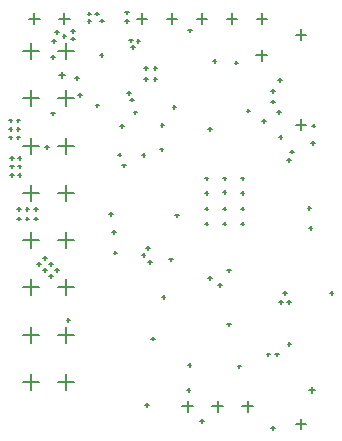
<source format=gbr>
%TF.GenerationSoftware,Altium Limited,Altium Designer,20.2.5 (213)*%
G04 Layer_Color=128*
%FSLAX25Y25*%
%MOIN*%
%TF.SameCoordinates,C9AA4840-3426-47ED-90B3-6D3E683A03ED*%
%TF.FilePolarity,Positive*%
%TF.FileFunction,Drillmap*%
%TF.Part,Single*%
G01*
G75*
%TA.AperFunction,NonConductor*%
%ADD140C,0.00500*%
D140*
X17468Y127976D02*
X22783D01*
X20125Y125319D02*
Y130634D01*
X17468Y112228D02*
X22783D01*
X20125Y109571D02*
Y114886D01*
X17468Y96480D02*
X22783D01*
X20125Y93823D02*
Y99138D01*
X17468Y80732D02*
X22783D01*
X20125Y78075D02*
Y83390D01*
X17468Y64984D02*
X22783D01*
X20125Y62327D02*
Y67642D01*
X17468Y49236D02*
X22783D01*
X20125Y46579D02*
Y51894D01*
X17468Y33488D02*
X22783D01*
X20125Y30830D02*
Y36145D01*
X17468Y17740D02*
X22783D01*
X20125Y15082D02*
Y20398D01*
X5657Y127976D02*
X10971D01*
X8314Y125319D02*
Y130634D01*
X5657Y112228D02*
X10971D01*
X8314Y109571D02*
Y114886D01*
X5657Y96480D02*
X10971D01*
X8314Y93823D02*
Y99138D01*
X5657Y80732D02*
X10971D01*
X8314Y78075D02*
Y83390D01*
X5657Y64984D02*
X10971D01*
X8314Y62327D02*
Y67642D01*
X5657Y49236D02*
X10971D01*
X8314Y46579D02*
Y51894D01*
X5657Y33488D02*
X10971D01*
X8314Y30830D02*
Y36145D01*
X5657Y17740D02*
X10971D01*
X8314Y15082D02*
Y20398D01*
X83628Y138800D02*
X87172D01*
X85400Y137028D02*
Y140572D01*
X73628Y138800D02*
X77172D01*
X75400Y137028D02*
Y140572D01*
X63628Y138800D02*
X67172D01*
X65400Y137028D02*
Y140572D01*
X53628Y138800D02*
X57172D01*
X55400Y137028D02*
Y140572D01*
X43628Y138800D02*
X47172D01*
X45400Y137028D02*
Y140572D01*
X78828Y9600D02*
X82372D01*
X80600Y7828D02*
Y11372D01*
X68828Y9600D02*
X72372D01*
X70600Y7828D02*
Y11372D01*
X58828Y9600D02*
X62372D01*
X60600Y7828D02*
Y11372D01*
X7728Y138800D02*
X11272D01*
X9500Y137028D02*
Y140572D01*
X17728Y138800D02*
X21272D01*
X19500Y137028D02*
Y140572D01*
X83522Y126597D02*
X87065D01*
X85293Y124825D02*
Y128368D01*
X96628Y3703D02*
X100172D01*
X98400Y1932D02*
Y5475D01*
X96628Y103500D02*
X100172D01*
X98400Y101728D02*
Y105272D01*
X96628Y133500D02*
X100172D01*
X98400Y131728D02*
Y135272D01*
X46709Y62300D02*
X47891D01*
X47300Y61709D02*
Y62890D01*
X35509Y67800D02*
X36691D01*
X36100Y67210D02*
Y68391D01*
X34509Y73800D02*
X35691D01*
X35100Y73210D02*
Y74391D01*
X45355Y59970D02*
X46536D01*
X45946Y59380D02*
Y60561D01*
X60684Y23312D02*
X61865D01*
X61274Y22722D02*
Y23903D01*
X93925Y30317D02*
X95106D01*
X94515Y29726D02*
Y30907D01*
X89710Y26900D02*
X90891D01*
X90300Y26309D02*
Y27491D01*
X86910Y26900D02*
X88090D01*
X87500Y26309D02*
Y27491D01*
X91053Y44394D02*
X92235D01*
X91644Y43804D02*
Y44985D01*
X92530Y47460D02*
X93711D01*
X93120Y46869D02*
Y48050D01*
X93809Y44394D02*
X94990D01*
X94400Y43804D02*
Y44985D01*
X48409Y32200D02*
X49591D01*
X49000Y31609D02*
Y32791D01*
X46509Y10131D02*
X47691D01*
X47100Y9541D02*
Y10722D01*
X60325Y15006D02*
X61506D01*
X60916Y14415D02*
Y15596D01*
X73712Y36935D02*
X74893D01*
X74302Y36344D02*
Y37525D01*
X73845Y54940D02*
X75026D01*
X74435Y54350D02*
Y55531D01*
X67510Y52300D02*
X68691D01*
X68100Y51710D02*
Y52890D01*
X70710Y50000D02*
X71890D01*
X71300Y49409D02*
Y50591D01*
X51951Y46116D02*
X53132D01*
X52542Y45525D02*
Y46707D01*
X77239Y22936D02*
X78420D01*
X77829Y22346D02*
Y23527D01*
X1010Y102100D02*
X2191D01*
X1600Y101509D02*
Y102691D01*
X3609Y104938D02*
X4791D01*
X4200Y104348D02*
Y105528D01*
X1010Y104938D02*
X2191D01*
X1600Y104348D02*
Y105528D01*
X3609Y102100D02*
X4791D01*
X4200Y101509D02*
Y102691D01*
X1010Y99262D02*
X2191D01*
X1600Y98672D02*
Y99853D01*
X3609Y99262D02*
X4791D01*
X4200Y98672D02*
Y99853D01*
X4009Y86724D02*
X5191D01*
X4600Y86133D02*
Y87314D01*
X1409Y86724D02*
X2591D01*
X2000Y86133D02*
Y87314D01*
X9409Y72200D02*
X10591D01*
X10000Y71609D02*
Y72790D01*
X6609Y72200D02*
X7791D01*
X7200Y71609D02*
Y72790D01*
X6609Y75300D02*
X7791D01*
X7200Y74709D02*
Y75890D01*
X3709Y75300D02*
X4891D01*
X4300Y74709D02*
Y75890D01*
X14410Y57000D02*
X15590D01*
X15000Y56410D02*
Y57591D01*
X10409Y57000D02*
X11591D01*
X11000Y56410D02*
Y57591D01*
X16409Y55000D02*
X17591D01*
X17000Y54409D02*
Y55590D01*
X54369Y58593D02*
X55550D01*
X54960Y58002D02*
Y59183D01*
X88510Y2400D02*
X89691D01*
X89100Y1809D02*
Y2991D01*
X72309Y85600D02*
X73491D01*
X72900Y85009D02*
Y86190D01*
X15096Y107281D02*
X16277D01*
X15687Y106691D02*
Y107872D01*
X35909Y60832D02*
X37091D01*
X36500Y60242D02*
Y61423D01*
X102009Y103200D02*
X103191D01*
X102600Y102609D02*
Y103791D01*
X47430Y57759D02*
X48611D01*
X48020Y57169D02*
Y58350D01*
X67503Y102006D02*
X68684D01*
X68094Y101415D02*
Y102596D01*
X93809Y91688D02*
X94990D01*
X94400Y91097D02*
Y92278D01*
X94712Y94509D02*
X95893D01*
X95303Y93918D02*
Y95099D01*
X49209Y122300D02*
X50391D01*
X49800Y121709D02*
Y122891D01*
X49209Y118800D02*
X50391D01*
X49800Y118209D02*
Y119391D01*
X13139Y96000D02*
X14321D01*
X13730Y95410D02*
Y96591D01*
X45354Y93455D02*
X46535D01*
X45945Y92865D02*
Y94046D01*
X78310Y75533D02*
X79491D01*
X78900Y74943D02*
Y76124D01*
X37309Y93500D02*
X38491D01*
X37900Y92909D02*
Y94090D01*
X51609Y103300D02*
X52790D01*
X52200Y102709D02*
Y103891D01*
X38767Y89898D02*
X39967D01*
X39367Y89297D02*
Y90497D01*
X15509Y131400D02*
X16691D01*
X16100Y130809D02*
Y131991D01*
X12409Y55000D02*
X13590D01*
X13000Y54409D02*
Y55590D01*
X90710Y118300D02*
X91891D01*
X91300Y117709D02*
Y118891D01*
X101709Y97300D02*
X102891D01*
X102300Y96710D02*
Y97891D01*
X91009Y99381D02*
X92190D01*
X91600Y98791D02*
Y99972D01*
X29909Y109900D02*
X31091D01*
X30500Y109309D02*
Y110491D01*
X46085Y122300D02*
X47266D01*
X46675Y121709D02*
Y122891D01*
X46085Y118800D02*
X47266D01*
X46675Y118209D02*
Y119391D01*
X20253Y38452D02*
X21434D01*
X20844Y37862D02*
Y39043D01*
X55610Y109400D02*
X56791D01*
X56200Y108809D02*
Y109991D01*
X60710Y134900D02*
X61891D01*
X61300Y134309D02*
Y135491D01*
X39709Y140900D02*
X40891D01*
X40300Y140309D02*
Y141491D01*
X72309Y81000D02*
X73491D01*
X72900Y80409D02*
Y81590D01*
X101116Y15000D02*
X103084D01*
X102100Y14016D02*
Y15984D01*
X101010Y69050D02*
X102190D01*
X101600Y68460D02*
Y69641D01*
X64810Y4800D02*
X65991D01*
X65400Y4209D02*
Y5391D01*
X88410Y114700D02*
X89591D01*
X89000Y114109D02*
Y115291D01*
X88410Y111200D02*
X89591D01*
X89000Y110609D02*
Y111791D01*
X56391Y73283D02*
X57572D01*
X56981Y72692D02*
Y73873D01*
X78310Y85600D02*
X79491D01*
X78900Y85009D02*
Y86190D01*
X78308Y80681D02*
X79489D01*
X78898Y80090D02*
Y81272D01*
X66309Y80681D02*
X67491D01*
X66900Y80090D02*
Y81272D01*
X66309Y75533D02*
X67491D01*
X66900Y74943D02*
Y76124D01*
X72309Y75533D02*
X73491D01*
X72900Y74943D02*
Y76124D01*
X66309Y85600D02*
X67491D01*
X66900Y85009D02*
Y86190D01*
X41109Y131593D02*
X42291D01*
X41700Y131002D02*
Y132183D01*
X41809Y129300D02*
X42991D01*
X42400Y128709D02*
Y129891D01*
X31324Y126744D02*
X32505D01*
X31914Y126154D02*
Y127335D01*
X17816Y120095D02*
X19784D01*
X18800Y119111D02*
Y121080D01*
X15110Y126000D02*
X16290D01*
X15700Y125409D02*
Y126591D01*
X40370Y114028D02*
X41570D01*
X40970Y113428D02*
Y114628D01*
X41458Y111828D02*
X42658D01*
X42058Y111228D02*
Y112428D01*
X27209Y140500D02*
X28391D01*
X27800Y139909D02*
Y141091D01*
X29709Y140500D02*
X30891D01*
X30300Y139909D02*
Y141091D01*
X31509Y138216D02*
X32691D01*
X32100Y137625D02*
Y138806D01*
X80209Y108200D02*
X81391D01*
X80800Y107609D02*
Y108791D01*
X72309Y70500D02*
X73491D01*
X72900Y69910D02*
Y71091D01*
X43609Y131300D02*
X44791D01*
X44200Y130709D02*
Y131891D01*
X39709Y138100D02*
X40891D01*
X40300Y137509D02*
Y138691D01*
X27209Y138100D02*
X28391D01*
X27800Y137509D02*
Y138691D01*
X21810Y132200D02*
X22990D01*
X22400Y131609D02*
Y132791D01*
X21810Y134800D02*
X22990D01*
X22400Y134209D02*
Y135391D01*
X18910Y133100D02*
X20090D01*
X19500Y132509D02*
Y133691D01*
X16409Y134400D02*
X17591D01*
X17000Y133809D02*
Y134991D01*
X23110Y119001D02*
X24291D01*
X23700Y118411D02*
Y119592D01*
X24110Y113300D02*
X25291D01*
X24700Y112709D02*
Y113891D01*
X76209Y124200D02*
X77390D01*
X76800Y123609D02*
Y124791D01*
X68958Y124680D02*
X70139D01*
X69548Y124089D02*
Y125270D01*
X85409Y104800D02*
X86590D01*
X86000Y104209D02*
Y105391D01*
X38109Y103000D02*
X39291D01*
X38700Y102409D02*
Y103591D01*
X42609Y107600D02*
X43791D01*
X43200Y107009D02*
Y108191D01*
X66309Y70500D02*
X67491D01*
X66900Y69910D02*
Y71091D01*
X78310Y70500D02*
X79491D01*
X78900Y69910D02*
Y71091D01*
X4009Y89562D02*
X5191D01*
X4600Y88972D02*
Y90153D01*
X1409Y92400D02*
X2591D01*
X2000Y91809D02*
Y92990D01*
X4009Y92400D02*
X5191D01*
X4600Y91809D02*
Y92990D01*
X1409Y89562D02*
X2591D01*
X2000Y88972D02*
Y90153D01*
X3709Y72200D02*
X4891D01*
X4300Y71609D02*
Y72790D01*
X9409Y75300D02*
X10591D01*
X10000Y74709D02*
Y75890D01*
X51328Y95220D02*
X52509D01*
X51919Y94629D02*
Y95810D01*
X12409Y59000D02*
X13590D01*
X13000Y58410D02*
Y59591D01*
X14410Y53000D02*
X15590D01*
X15000Y52409D02*
Y53591D01*
X100613Y75747D02*
X101794D01*
X101203Y75156D02*
Y76337D01*
X90409Y107700D02*
X91590D01*
X91000Y107109D02*
Y108291D01*
X108009Y47400D02*
X109191D01*
X108600Y46809D02*
Y47991D01*
%TF.MD5,9723a8db301673f33111fa35ce5a86aa*%
M02*

</source>
